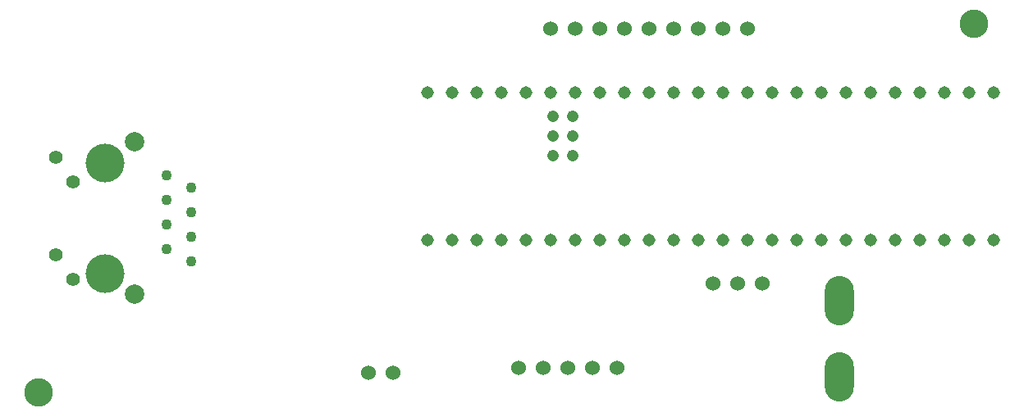
<source format=gbr>
%TF.GenerationSoftware,KiCad,Pcbnew,7.0.7*%
%TF.CreationDate,2024-03-26T15:49:53-05:00*%
%TF.ProjectId,InstrumentsBoard,496e7374-7275-46d6-956e-7473426f6172,rev?*%
%TF.SameCoordinates,Original*%
%TF.FileFunction,Soldermask,Bot*%
%TF.FilePolarity,Negative*%
%FSLAX46Y46*%
G04 Gerber Fmt 4.6, Leading zero omitted, Abs format (unit mm)*
G04 Created by KiCad (PCBNEW 7.0.7) date 2024-03-26 15:49:53*
%MOMM*%
%LPD*%
G01*
G04 APERTURE LIST*
%ADD10O,3.000000X5.100000*%
%ADD11C,1.100000*%
%ADD12C,1.400000*%
%ADD13C,4.000000*%
%ADD14C,2.000000*%
%ADD15C,1.524000*%
%ADD16C,2.946400*%
%ADD17C,1.308000*%
%ADD18C,1.208000*%
G04 APERTURE END LIST*
D10*
%TO.C,Conn1*%
X111062800Y-67691000D03*
X111062800Y-59817000D03*
%TD*%
D11*
%TO.C,J1*%
X41604500Y-46863000D03*
X44144500Y-48133000D03*
X41604500Y-49403000D03*
X44144500Y-50673000D03*
X41604500Y-51943000D03*
X44144500Y-53213000D03*
X41604500Y-54483000D03*
X44144500Y-55753000D03*
D12*
X30174500Y-44983000D03*
X31964500Y-47523000D03*
X30174500Y-55093000D03*
X31964500Y-57633000D03*
D13*
X35254500Y-45593000D03*
X35254500Y-57023000D03*
D14*
X38304500Y-43433000D03*
X38304500Y-59183000D03*
%TD*%
D15*
%TO.C,U2*%
X98044000Y-58039000D03*
X100584000Y-58039000D03*
X103124000Y-58039000D03*
%TD*%
%TO.C,Conn4*%
X81280000Y-31750000D03*
X83820000Y-31750000D03*
X86360000Y-31750000D03*
X88900000Y-31750000D03*
X91440000Y-31750000D03*
X93980000Y-31750000D03*
X96520000Y-31750000D03*
X99060000Y-31750000D03*
X101600000Y-31750000D03*
%TD*%
%TO.C,Conn5*%
X65024000Y-67310000D03*
X62484000Y-67310000D03*
%TD*%
%TO.C,Conn2*%
X88138000Y-66802000D03*
X85598000Y-66802000D03*
X83058000Y-66802000D03*
X80518000Y-66802000D03*
X77978000Y-66802000D03*
%TD*%
D16*
%TO.C,V2*%
X124968000Y-31242000D03*
%TD*%
D17*
%TO.C,U1*%
X71120000Y-53594000D03*
X73660000Y-53594000D03*
X76200000Y-53594000D03*
X78740000Y-53594000D03*
X104140000Y-53594000D03*
X73660000Y-38354000D03*
X81280000Y-53594000D03*
X83820000Y-53594000D03*
X86360000Y-53594000D03*
X88900000Y-53594000D03*
X91440000Y-53594000D03*
X93980000Y-53594000D03*
X96520000Y-53594000D03*
X99060000Y-53594000D03*
X101600000Y-53594000D03*
X101600000Y-38354000D03*
X99060000Y-38354000D03*
X96520000Y-38354000D03*
X93980000Y-38354000D03*
X91440000Y-38354000D03*
X88900000Y-38354000D03*
X86360000Y-38354000D03*
X83820000Y-38354000D03*
X81280000Y-38354000D03*
X78740000Y-38354000D03*
X76200000Y-38354000D03*
X106680000Y-53594000D03*
X109220000Y-53594000D03*
X111760000Y-53594000D03*
X114300000Y-53594000D03*
X116840000Y-53594000D03*
X119380000Y-53594000D03*
X121920000Y-53594000D03*
X124460000Y-53594000D03*
X127000000Y-53594000D03*
X127000000Y-38354000D03*
X124460000Y-38354000D03*
X121920000Y-38354000D03*
X119380000Y-38354000D03*
X116840000Y-38354000D03*
X114300000Y-38354000D03*
X111760000Y-38354000D03*
X109220000Y-38354000D03*
X106680000Y-38354000D03*
X68580000Y-53594000D03*
X104140000Y-38354000D03*
X71120000Y-38354000D03*
D18*
X83550000Y-42804000D03*
X81550000Y-42804000D03*
X81550000Y-40804000D03*
X83550000Y-40804000D03*
X83550000Y-44804000D03*
X81550000Y-44804000D03*
D17*
X68580000Y-38354000D03*
%TD*%
D16*
%TO.C,V1*%
X28448000Y-69342000D03*
%TD*%
M02*

</source>
